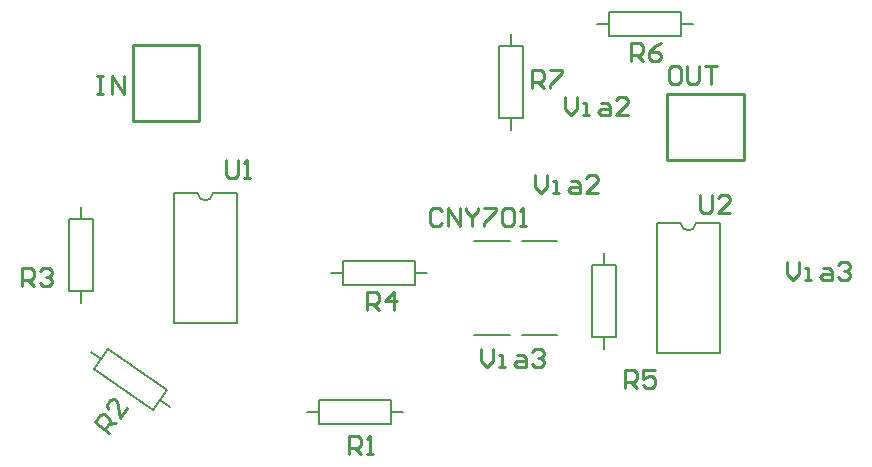
<source format=gto>
G04*
G04 #@! TF.GenerationSoftware,Altium Limited,Altium Designer,18.1.7 (191)*
G04*
G04 Layer_Color=65535*
%FSLAX24Y24*%
%MOIN*%
G70*
G01*
G75*
%ADD10C,0.0079*%
%ADD11C,0.0100*%
%ADD12C,0.0050*%
D10*
X19250Y41815D02*
G03*
X19750Y41815I250J0D01*
G01*
X35350Y40815D02*
G03*
X35850Y40815I250J0D01*
G01*
X32800Y36600D02*
Y37000D01*
Y39400D02*
Y39800D01*
X32400Y37000D02*
Y39400D01*
Y37000D02*
X33200D01*
Y39400D01*
X32400D02*
X33200D01*
X20543Y37485D02*
Y41815D01*
X18457Y37485D02*
Y41815D01*
Y37485D02*
X20543D01*
X19750Y41815D02*
X20543D01*
X18457D02*
X19250D01*
X36643Y36485D02*
Y40815D01*
X34557Y36485D02*
Y40815D01*
Y36485D02*
X36643D01*
X35850Y40815D02*
X36643D01*
X34557D02*
X35350D01*
Y47450D02*
X35750D01*
X32550D02*
X32950D01*
Y47050D02*
X35350D01*
Y47850D01*
X32950D02*
X35350D01*
X32950Y47050D02*
Y47850D01*
X29700Y46700D02*
Y47100D01*
Y43900D02*
Y44300D01*
X30100D02*
Y46700D01*
X29300D02*
X30100D01*
X29300Y44300D02*
Y46700D01*
Y44300D02*
X30100D01*
X26500Y39150D02*
X26900D01*
X23700D02*
X24100D01*
Y38750D02*
X26500D01*
Y39550D01*
X24100D02*
X26500D01*
X24100Y38750D02*
Y39550D01*
X22900Y34500D02*
X23300D01*
X25700D02*
X26100D01*
X23300Y34900D02*
X25700D01*
X23300Y34100D02*
Y34900D01*
Y34100D02*
X25700D01*
Y34900D01*
X15689Y36518D02*
X16017Y36288D01*
X17983Y34912D02*
X18311Y34682D01*
X16246Y36616D02*
X18212Y35239D01*
X15788Y35961D02*
X16246Y36616D01*
X15788Y35961D02*
X17754Y34584D01*
X18212Y35239D01*
X15350Y40950D02*
Y41350D01*
Y38150D02*
Y38550D01*
X15750D02*
Y40950D01*
X14950D02*
X15750D01*
X14950Y38550D02*
Y40950D01*
Y38550D02*
X15750D01*
D11*
X17100Y44200D02*
Y46750D01*
Y44200D02*
X19300D01*
Y46750D01*
X17100D02*
X19300D01*
X37450Y42900D02*
Y45100D01*
X34900Y42900D02*
X37450D01*
X34900D02*
Y45100D01*
X37450D01*
X15900Y45700D02*
X16100D01*
X16000D01*
Y45100D01*
X15900D01*
X16100D01*
X16400D02*
Y45700D01*
X16800Y45100D01*
Y45700D01*
X33500Y35300D02*
Y35900D01*
X33800D01*
X33900Y35800D01*
Y35600D01*
X33800Y35500D01*
X33500D01*
X33700D02*
X33900Y35300D01*
X34500Y35900D02*
X34100D01*
Y35600D01*
X34300Y35700D01*
X34400D01*
X34500Y35600D01*
Y35400D01*
X34400Y35300D01*
X34200D01*
X34100Y35400D01*
X28700Y36600D02*
Y36200D01*
X28900Y36000D01*
X29100Y36200D01*
Y36600D01*
X29300Y36000D02*
X29500D01*
X29400D01*
Y36400D01*
X29300D01*
X29900D02*
X30100D01*
X30200Y36300D01*
Y36000D01*
X29900D01*
X29800Y36100D01*
X29900Y36200D01*
X30200D01*
X30399Y36500D02*
X30499Y36600D01*
X30699D01*
X30799Y36500D01*
Y36400D01*
X30699Y36300D01*
X30599D01*
X30699D01*
X30799Y36200D01*
Y36100D01*
X30699Y36000D01*
X30499D01*
X30399Y36100D01*
X20200Y42900D02*
Y42400D01*
X20300Y42300D01*
X20500D01*
X20600Y42400D01*
Y42900D01*
X20800Y42300D02*
X21000D01*
X20900D01*
Y42900D01*
X20800Y42800D01*
X36000Y41750D02*
Y41250D01*
X36100Y41150D01*
X36300D01*
X36400Y41250D01*
Y41750D01*
X37000Y41150D02*
X36600D01*
X37000Y41550D01*
Y41650D01*
X36900Y41750D01*
X36700D01*
X36600Y41650D01*
X30500Y42415D02*
Y42015D01*
X30700Y41815D01*
X30900Y42015D01*
Y42415D01*
X31100Y41815D02*
X31300D01*
X31200D01*
Y42215D01*
X31100D01*
X31700D02*
X31900D01*
X32000Y42115D01*
Y41815D01*
X31700D01*
X31600Y41915D01*
X31700Y42015D01*
X32000D01*
X32599Y41815D02*
X32199D01*
X32599Y42215D01*
Y42315D01*
X32499Y42415D01*
X32299D01*
X32199Y42315D01*
X31500Y45000D02*
Y44600D01*
X31700Y44400D01*
X31900Y44600D01*
Y45000D01*
X32100Y44400D02*
X32300D01*
X32200D01*
Y44800D01*
X32100D01*
X32700D02*
X32900D01*
X33000Y44700D01*
Y44400D01*
X32700D01*
X32600Y44500D01*
X32700Y44600D01*
X33000D01*
X33599Y44400D02*
X33199D01*
X33599Y44800D01*
Y44900D01*
X33499Y45000D01*
X33299D01*
X33199Y44900D01*
X38900Y39500D02*
Y39100D01*
X39100Y38900D01*
X39300Y39100D01*
Y39500D01*
X39500Y38900D02*
X39700D01*
X39600D01*
Y39300D01*
X39500D01*
X40100D02*
X40300D01*
X40400Y39200D01*
Y38900D01*
X40100D01*
X40000Y39000D01*
X40100Y39100D01*
X40400D01*
X40599Y39400D02*
X40699Y39500D01*
X40899D01*
X40999Y39400D01*
Y39300D01*
X40899Y39200D01*
X40799D01*
X40899D01*
X40999Y39100D01*
Y39000D01*
X40899Y38900D01*
X40699D01*
X40599Y39000D01*
X35250Y46050D02*
X35050D01*
X34950Y45950D01*
Y45550D01*
X35050Y45450D01*
X35250D01*
X35350Y45550D01*
Y45950D01*
X35250Y46050D01*
X35550D02*
Y45550D01*
X35650Y45450D01*
X35850D01*
X35950Y45550D01*
Y46050D01*
X36150D02*
X36549D01*
X36350D01*
Y45450D01*
X27400Y41205D02*
X27300Y41305D01*
X27100D01*
X27000Y41205D01*
Y40805D01*
X27100Y40705D01*
X27300D01*
X27400Y40805D01*
X27600Y40705D02*
Y41305D01*
X28000Y40705D01*
Y41305D01*
X28200D02*
Y41205D01*
X28400Y41005D01*
X28599Y41205D01*
Y41305D01*
X28400Y41005D02*
Y40705D01*
X28799Y41305D02*
X29199D01*
Y41205D01*
X28799Y40805D01*
Y40705D01*
X29399Y41205D02*
X29499Y41305D01*
X29699D01*
X29799Y41205D01*
Y40805D01*
X29699Y40705D01*
X29499D01*
X29399Y40805D01*
Y41205D01*
X29999Y40705D02*
X30199D01*
X30099D01*
Y41305D01*
X29999Y41205D01*
X33700Y46200D02*
Y46800D01*
X34000D01*
X34100Y46700D01*
Y46500D01*
X34000Y46400D01*
X33700D01*
X33900D02*
X34100Y46200D01*
X34700Y46800D02*
X34500Y46700D01*
X34300Y46500D01*
Y46300D01*
X34400Y46200D01*
X34600D01*
X34700Y46300D01*
Y46400D01*
X34600Y46500D01*
X34300D01*
X30400Y45300D02*
Y45900D01*
X30700D01*
X30800Y45800D01*
Y45600D01*
X30700Y45500D01*
X30400D01*
X30600D02*
X30800Y45300D01*
X31000Y45900D02*
X31400D01*
Y45800D01*
X31000Y45400D01*
Y45300D01*
X24900Y37900D02*
Y38500D01*
X25200D01*
X25300Y38400D01*
Y38200D01*
X25200Y38100D01*
X24900D01*
X25100D02*
X25300Y37900D01*
X25800D02*
Y38500D01*
X25500Y38200D01*
X25900D01*
X24300Y33100D02*
Y33700D01*
X24600D01*
X24700Y33600D01*
Y33400D01*
X24600Y33300D01*
X24300D01*
X24500D02*
X24700Y33100D01*
X24900D02*
X25100D01*
X25000D01*
Y33700D01*
X24900Y33600D01*
X16307Y33826D02*
X15816Y34170D01*
X15988Y34416D01*
X16127Y34441D01*
X16291Y34326D01*
X16316Y34187D01*
X16144Y33941D01*
X16258Y34105D02*
X16537Y34154D01*
X16881Y34645D02*
X16652Y34318D01*
X16553Y34875D01*
X16471Y34932D01*
X16332Y34907D01*
X16218Y34744D01*
X16242Y34604D01*
X13400Y38700D02*
Y39300D01*
X13700D01*
X13800Y39200D01*
Y39000D01*
X13700Y38900D01*
X13400D01*
X13600D02*
X13800Y38700D01*
X14000Y39200D02*
X14100Y39300D01*
X14300D01*
X14400Y39200D01*
Y39100D01*
X14300Y39000D01*
X14200D01*
X14300D01*
X14400Y38900D01*
Y38800D01*
X14300Y38700D01*
X14100D01*
X14000Y38800D01*
D12*
X30047Y37075D02*
X31228D01*
X28472D02*
X29653D01*
X30047Y40225D02*
X31228D01*
X28472D02*
X29653D01*
M02*

</source>
